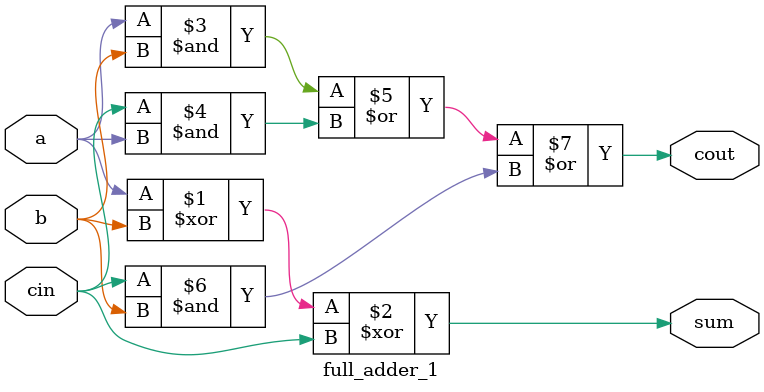
<source format=v>
module full_adder_1(
    input wire a,
    input wire b,
    input wire cin,
    output wire sum,
    output wire cout
);
    assign sum = a ^ b ^ cin; 
    assign cout = (a & b) | (cin & a) | (cin & b); 
endmodule
</source>
